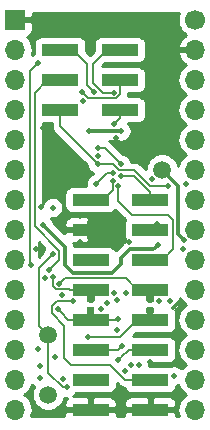
<source format=gbl>
G04 #@! TF.GenerationSoftware,KiCad,Pcbnew,(5.1.4-0-10_14)*
G04 #@! TF.CreationDate,2019-09-22T15:54:42+02:00*
G04 #@! TF.ProjectId,TinyFPGA-UP,54696e79-4650-4474-912d-55502e6b6963,A*
G04 #@! TF.SameCoordinates,Original*
G04 #@! TF.FileFunction,Copper,L4,Bot*
G04 #@! TF.FilePolarity,Positive*
%FSLAX46Y46*%
G04 Gerber Fmt 4.6, Leading zero omitted, Abs format (unit mm)*
G04 Created by KiCad (PCBNEW (5.1.4-0-10_14)) date 2019-09-22 15:54:42*
%MOMM*%
%LPD*%
G04 APERTURE LIST*
%ADD10O,1.700000X1.700000*%
%ADD11R,1.700000X1.700000*%
%ADD12R,3.150000X1.000000*%
%ADD13C,1.700000*%
%ADD14C,1.500000*%
%ADD15C,0.100000*%
%ADD16C,0.590000*%
%ADD17C,0.508000*%
%ADD18C,3.000000*%
%ADD19C,0.304800*%
%ADD20C,0.152400*%
%ADD21C,0.640000*%
%ADD22C,0.254000*%
G04 APERTURE END LIST*
D10*
X143516000Y-130819100D03*
X143516000Y-128279100D03*
X143516000Y-125739100D03*
X143516000Y-123199100D03*
X143516000Y-120659100D03*
X143516000Y-118119100D03*
X143516000Y-115579100D03*
X143516000Y-113039100D03*
X143516000Y-110499100D03*
X143516000Y-107959100D03*
X143516000Y-105419100D03*
X143516000Y-102879100D03*
X143516000Y-100339100D03*
D11*
X143516000Y-97799100D03*
D12*
X154956000Y-113039100D03*
X149906000Y-113039100D03*
X154956000Y-115579100D03*
X149906000Y-115579100D03*
X154956000Y-118119100D03*
X149906000Y-118119100D03*
X154956000Y-120659100D03*
X149906000Y-120659100D03*
X154956000Y-123199100D03*
X149906000Y-123199100D03*
X154956000Y-125739100D03*
X149906000Y-125739100D03*
X154956000Y-128279100D03*
X149906000Y-128279100D03*
X154956000Y-130819100D03*
X149906000Y-130819100D03*
D10*
X158756000Y-130819100D03*
X158756000Y-128279100D03*
X158756000Y-125739100D03*
X158756000Y-123199100D03*
X158756000Y-120659100D03*
X158756000Y-118119100D03*
X158756000Y-115579100D03*
X158756000Y-113039100D03*
X158756000Y-110499100D03*
X158756000Y-107959100D03*
X158756000Y-105419100D03*
X158756000Y-102879100D03*
X158756000Y-100339100D03*
D13*
X158756000Y-97799100D03*
D12*
X147326000Y-105419100D03*
X152376000Y-105419100D03*
X147326000Y-102879100D03*
X152376000Y-102879100D03*
X147326000Y-100339100D03*
X152376000Y-100339100D03*
D14*
X146310000Y-129549100D03*
X146330000Y-124469910D03*
X155962000Y-110499100D03*
D15*
G36*
X155146958Y-121150710D02*
G01*
X155161276Y-121152834D01*
X155175317Y-121156351D01*
X155188946Y-121161228D01*
X155202031Y-121167417D01*
X155214447Y-121174858D01*
X155226073Y-121183481D01*
X155236798Y-121193202D01*
X155246519Y-121203927D01*
X155255142Y-121215553D01*
X155262583Y-121227969D01*
X155268772Y-121241054D01*
X155273649Y-121254683D01*
X155277166Y-121268724D01*
X155279290Y-121283042D01*
X155280000Y-121297500D01*
X155280000Y-121592500D01*
X155279290Y-121606958D01*
X155277166Y-121621276D01*
X155273649Y-121635317D01*
X155268772Y-121648946D01*
X155262583Y-121662031D01*
X155255142Y-121674447D01*
X155246519Y-121686073D01*
X155236798Y-121696798D01*
X155226073Y-121706519D01*
X155214447Y-121715142D01*
X155202031Y-121722583D01*
X155188946Y-121728772D01*
X155175317Y-121733649D01*
X155161276Y-121737166D01*
X155146958Y-121739290D01*
X155132500Y-121740000D01*
X154787500Y-121740000D01*
X154773042Y-121739290D01*
X154758724Y-121737166D01*
X154744683Y-121733649D01*
X154731054Y-121728772D01*
X154717969Y-121722583D01*
X154705553Y-121715142D01*
X154693927Y-121706519D01*
X154683202Y-121696798D01*
X154673481Y-121686073D01*
X154664858Y-121674447D01*
X154657417Y-121662031D01*
X154651228Y-121648946D01*
X154646351Y-121635317D01*
X154642834Y-121621276D01*
X154640710Y-121606958D01*
X154640000Y-121592500D01*
X154640000Y-121297500D01*
X154640710Y-121283042D01*
X154642834Y-121268724D01*
X154646351Y-121254683D01*
X154651228Y-121241054D01*
X154657417Y-121227969D01*
X154664858Y-121215553D01*
X154673481Y-121203927D01*
X154683202Y-121193202D01*
X154693927Y-121183481D01*
X154705553Y-121174858D01*
X154717969Y-121167417D01*
X154731054Y-121161228D01*
X154744683Y-121156351D01*
X154758724Y-121152834D01*
X154773042Y-121150710D01*
X154787500Y-121150000D01*
X155132500Y-121150000D01*
X155146958Y-121150710D01*
X155146958Y-121150710D01*
G37*
D16*
X154960000Y-121445000D03*
D15*
G36*
X155146958Y-122120710D02*
G01*
X155161276Y-122122834D01*
X155175317Y-122126351D01*
X155188946Y-122131228D01*
X155202031Y-122137417D01*
X155214447Y-122144858D01*
X155226073Y-122153481D01*
X155236798Y-122163202D01*
X155246519Y-122173927D01*
X155255142Y-122185553D01*
X155262583Y-122197969D01*
X155268772Y-122211054D01*
X155273649Y-122224683D01*
X155277166Y-122238724D01*
X155279290Y-122253042D01*
X155280000Y-122267500D01*
X155280000Y-122562500D01*
X155279290Y-122576958D01*
X155277166Y-122591276D01*
X155273649Y-122605317D01*
X155268772Y-122618946D01*
X155262583Y-122632031D01*
X155255142Y-122644447D01*
X155246519Y-122656073D01*
X155236798Y-122666798D01*
X155226073Y-122676519D01*
X155214447Y-122685142D01*
X155202031Y-122692583D01*
X155188946Y-122698772D01*
X155175317Y-122703649D01*
X155161276Y-122707166D01*
X155146958Y-122709290D01*
X155132500Y-122710000D01*
X154787500Y-122710000D01*
X154773042Y-122709290D01*
X154758724Y-122707166D01*
X154744683Y-122703649D01*
X154731054Y-122698772D01*
X154717969Y-122692583D01*
X154705553Y-122685142D01*
X154693927Y-122676519D01*
X154683202Y-122666798D01*
X154673481Y-122656073D01*
X154664858Y-122644447D01*
X154657417Y-122632031D01*
X154651228Y-122618946D01*
X154646351Y-122605317D01*
X154642834Y-122591276D01*
X154640710Y-122576958D01*
X154640000Y-122562500D01*
X154640000Y-122267500D01*
X154640710Y-122253042D01*
X154642834Y-122238724D01*
X154646351Y-122224683D01*
X154651228Y-122211054D01*
X154657417Y-122197969D01*
X154664858Y-122185553D01*
X154673481Y-122173927D01*
X154683202Y-122163202D01*
X154693927Y-122153481D01*
X154705553Y-122144858D01*
X154717969Y-122137417D01*
X154731054Y-122131228D01*
X154744683Y-122126351D01*
X154758724Y-122122834D01*
X154773042Y-122120710D01*
X154787500Y-122120000D01*
X155132500Y-122120000D01*
X155146958Y-122120710D01*
X155146958Y-122120710D01*
G37*
D16*
X154960000Y-122415000D03*
D15*
G36*
X150096958Y-122120710D02*
G01*
X150111276Y-122122834D01*
X150125317Y-122126351D01*
X150138946Y-122131228D01*
X150152031Y-122137417D01*
X150164447Y-122144858D01*
X150176073Y-122153481D01*
X150186798Y-122163202D01*
X150196519Y-122173927D01*
X150205142Y-122185553D01*
X150212583Y-122197969D01*
X150218772Y-122211054D01*
X150223649Y-122224683D01*
X150227166Y-122238724D01*
X150229290Y-122253042D01*
X150230000Y-122267500D01*
X150230000Y-122562500D01*
X150229290Y-122576958D01*
X150227166Y-122591276D01*
X150223649Y-122605317D01*
X150218772Y-122618946D01*
X150212583Y-122632031D01*
X150205142Y-122644447D01*
X150196519Y-122656073D01*
X150186798Y-122666798D01*
X150176073Y-122676519D01*
X150164447Y-122685142D01*
X150152031Y-122692583D01*
X150138946Y-122698772D01*
X150125317Y-122703649D01*
X150111276Y-122707166D01*
X150096958Y-122709290D01*
X150082500Y-122710000D01*
X149737500Y-122710000D01*
X149723042Y-122709290D01*
X149708724Y-122707166D01*
X149694683Y-122703649D01*
X149681054Y-122698772D01*
X149667969Y-122692583D01*
X149655553Y-122685142D01*
X149643927Y-122676519D01*
X149633202Y-122666798D01*
X149623481Y-122656073D01*
X149614858Y-122644447D01*
X149607417Y-122632031D01*
X149601228Y-122618946D01*
X149596351Y-122605317D01*
X149592834Y-122591276D01*
X149590710Y-122576958D01*
X149590000Y-122562500D01*
X149590000Y-122267500D01*
X149590710Y-122253042D01*
X149592834Y-122238724D01*
X149596351Y-122224683D01*
X149601228Y-122211054D01*
X149607417Y-122197969D01*
X149614858Y-122185553D01*
X149623481Y-122173927D01*
X149633202Y-122163202D01*
X149643927Y-122153481D01*
X149655553Y-122144858D01*
X149667969Y-122137417D01*
X149681054Y-122131228D01*
X149694683Y-122126351D01*
X149708724Y-122122834D01*
X149723042Y-122120710D01*
X149737500Y-122120000D01*
X150082500Y-122120000D01*
X150096958Y-122120710D01*
X150096958Y-122120710D01*
G37*
D16*
X149910000Y-122415000D03*
D15*
G36*
X150096958Y-121150710D02*
G01*
X150111276Y-121152834D01*
X150125317Y-121156351D01*
X150138946Y-121161228D01*
X150152031Y-121167417D01*
X150164447Y-121174858D01*
X150176073Y-121183481D01*
X150186798Y-121193202D01*
X150196519Y-121203927D01*
X150205142Y-121215553D01*
X150212583Y-121227969D01*
X150218772Y-121241054D01*
X150223649Y-121254683D01*
X150227166Y-121268724D01*
X150229290Y-121283042D01*
X150230000Y-121297500D01*
X150230000Y-121592500D01*
X150229290Y-121606958D01*
X150227166Y-121621276D01*
X150223649Y-121635317D01*
X150218772Y-121648946D01*
X150212583Y-121662031D01*
X150205142Y-121674447D01*
X150196519Y-121686073D01*
X150186798Y-121696798D01*
X150176073Y-121706519D01*
X150164447Y-121715142D01*
X150152031Y-121722583D01*
X150138946Y-121728772D01*
X150125317Y-121733649D01*
X150111276Y-121737166D01*
X150096958Y-121739290D01*
X150082500Y-121740000D01*
X149737500Y-121740000D01*
X149723042Y-121739290D01*
X149708724Y-121737166D01*
X149694683Y-121733649D01*
X149681054Y-121728772D01*
X149667969Y-121722583D01*
X149655553Y-121715142D01*
X149643927Y-121706519D01*
X149633202Y-121696798D01*
X149623481Y-121686073D01*
X149614858Y-121674447D01*
X149607417Y-121662031D01*
X149601228Y-121648946D01*
X149596351Y-121635317D01*
X149592834Y-121621276D01*
X149590710Y-121606958D01*
X149590000Y-121592500D01*
X149590000Y-121297500D01*
X149590710Y-121283042D01*
X149592834Y-121268724D01*
X149596351Y-121254683D01*
X149601228Y-121241054D01*
X149607417Y-121227969D01*
X149614858Y-121215553D01*
X149623481Y-121203927D01*
X149633202Y-121193202D01*
X149643927Y-121183481D01*
X149655553Y-121174858D01*
X149667969Y-121167417D01*
X149681054Y-121161228D01*
X149694683Y-121156351D01*
X149708724Y-121152834D01*
X149723042Y-121150710D01*
X149737500Y-121150000D01*
X150082500Y-121150000D01*
X150096958Y-121150710D01*
X150096958Y-121150710D01*
G37*
D16*
X149910000Y-121445000D03*
D17*
X149000000Y-114400000D03*
X153200000Y-116600000D03*
X149000000Y-116600000D03*
X153200000Y-129600000D03*
X155922418Y-104922418D03*
X157000000Y-105600000D03*
X153600000Y-106800000D03*
X155700000Y-121600000D03*
X149236836Y-104669338D03*
X152099999Y-107810300D03*
X154909089Y-126741122D03*
D18*
X151000000Y-115579100D03*
D17*
X145880000Y-106980000D03*
X152150000Y-124100000D03*
X155112736Y-111312637D03*
X145000000Y-131250000D03*
X150760216Y-122292594D03*
X157749990Y-117250010D03*
X157968509Y-111728257D03*
X145731257Y-113625166D03*
X145300000Y-117249986D03*
X146091928Y-119651156D03*
X146867390Y-126340000D03*
X156500000Y-97750000D03*
X145750000Y-97750000D03*
X156500000Y-98500000D03*
X145750000Y-98500000D03*
X149750000Y-107250000D03*
X152500000Y-107250000D03*
X156600000Y-121637500D03*
X152946747Y-120902552D03*
X156997400Y-127952500D03*
X147543418Y-128198451D03*
X155500011Y-115117474D03*
X150498056Y-109330025D03*
X146700000Y-113700000D03*
X147488039Y-121117390D03*
X152260487Y-126617490D03*
X152550000Y-125400000D03*
X148400000Y-121600000D03*
X151000000Y-128300000D03*
X156450000Y-111850000D03*
X150500638Y-110015122D03*
X147326000Y-102879100D03*
X146388464Y-118999827D03*
X149199998Y-103950000D03*
X150500408Y-108669618D03*
X152500000Y-110034789D03*
X150237693Y-103955178D03*
X151854423Y-103963063D03*
X151900000Y-106600000D03*
X150382755Y-111688613D03*
X151771309Y-110754876D03*
X146745374Y-119555488D03*
X147907798Y-128930402D03*
X146716721Y-117650764D03*
X147249999Y-120150000D03*
X155945693Y-110482793D03*
X145900000Y-115200000D03*
X155580010Y-116850000D03*
X157850000Y-116489576D03*
X145450000Y-101500004D03*
X144860000Y-118602610D03*
X151312722Y-121794290D03*
X145600000Y-128100000D03*
X152189597Y-121543563D03*
X145600000Y-127100000D03*
X154000000Y-126992390D03*
X152450000Y-111020000D03*
X153339947Y-127024981D03*
X152270000Y-111920000D03*
X152840722Y-127514797D03*
X151782112Y-111415199D03*
X154993449Y-123185640D03*
X149655943Y-124644057D03*
X147117421Y-122275000D03*
X152243541Y-123172690D03*
X146310026Y-129550002D03*
X151887737Y-120955996D03*
X145456288Y-125656298D03*
D19*
X157396001Y-121668525D02*
X156868225Y-122196301D01*
X146980900Y-130819100D02*
X146903999Y-130896001D01*
X149906000Y-130819100D02*
X146980900Y-130819100D01*
X146903999Y-130896001D02*
X146650000Y-131150000D01*
X149750000Y-107250000D02*
X152500000Y-107250000D01*
D20*
X154956000Y-125739100D02*
X153138877Y-125739100D01*
X153138877Y-125739100D02*
X152514486Y-126363491D01*
X152514486Y-126363491D02*
X152260487Y-126617490D01*
X152210900Y-125739100D02*
X149906000Y-125739100D01*
X152550000Y-125400000D02*
X152210900Y-125739100D01*
X146634811Y-122066141D02*
X147100952Y-121600000D01*
X148040790Y-121600000D02*
X148400000Y-121600000D01*
X147100952Y-121600000D02*
X148040790Y-121600000D01*
X147700000Y-123693934D02*
X146634811Y-122628745D01*
X147700000Y-126450000D02*
X147700000Y-123693934D01*
X148250000Y-127000000D02*
X147700000Y-126450000D01*
X151585750Y-127000000D02*
X148250000Y-127000000D01*
X152864850Y-128279100D02*
X151585750Y-127000000D01*
X146634811Y-122628745D02*
X146634811Y-122066141D01*
X154956000Y-128279100D02*
X152864850Y-128279100D01*
X147326000Y-106840484D02*
X150500638Y-110015122D01*
X147326000Y-105419100D02*
X147326000Y-106840484D01*
X151791074Y-110015122D02*
X150859848Y-110015122D01*
X150859848Y-110015122D02*
X150500638Y-110015122D01*
X156450000Y-111850000D02*
X154950000Y-111850000D01*
X154950000Y-111850000D02*
X153617399Y-110517399D01*
X152293351Y-110517399D02*
X151791074Y-110015122D01*
X153617399Y-110517399D02*
X152293351Y-110517399D01*
X147326000Y-102879100D02*
X148401000Y-102879100D01*
X145164811Y-115279061D02*
X147250000Y-117364250D01*
X147250000Y-117364250D02*
X147250000Y-118138291D01*
X146642463Y-118745828D02*
X146388464Y-118999827D01*
X147250000Y-118138291D02*
X146642463Y-118745828D01*
X146251000Y-102879100D02*
X145164811Y-103965289D01*
X147326000Y-102879100D02*
X146251000Y-102879100D01*
X145164811Y-103965289D02*
X145164811Y-115279061D01*
X152376000Y-104124000D02*
X152050000Y-104450000D01*
X149699998Y-104450000D02*
X149453997Y-104203999D01*
X152376000Y-102879100D02*
X152376000Y-104124000D01*
X149453997Y-104203999D02*
X149199998Y-103950000D01*
X152050000Y-104450000D02*
X149699998Y-104450000D01*
X152246001Y-109780790D02*
X152500000Y-110034789D01*
X150500408Y-108669618D02*
X151134829Y-108669618D01*
X151134829Y-108669618D02*
X152246001Y-109780790D01*
X147326000Y-100339100D02*
X148401000Y-100339100D01*
X148401000Y-100339100D02*
X149650000Y-101588100D01*
X149650000Y-103367485D02*
X149983694Y-103701179D01*
X149650000Y-101588100D02*
X149650000Y-103367485D01*
X149983694Y-103701179D02*
X150237693Y-103955178D01*
X152376000Y-100339100D02*
X151301000Y-100339100D01*
X151301000Y-100339100D02*
X150100000Y-101540100D01*
X150100000Y-103127657D02*
X150935406Y-103963063D01*
X150935406Y-103963063D02*
X151495213Y-103963063D01*
X150100000Y-101540100D02*
X150100000Y-103127657D01*
X151495213Y-103963063D02*
X151854423Y-103963063D01*
X152376000Y-106124000D02*
X151900000Y-106600000D01*
X152376000Y-105419100D02*
X152376000Y-106124000D01*
X151316492Y-110754876D02*
X151412099Y-110754876D01*
X151412099Y-110754876D02*
X151771309Y-110754876D01*
X150382755Y-111688613D02*
X151316492Y-110754876D01*
X149906000Y-121441000D02*
X149910000Y-121445000D01*
D21*
X149910000Y-120638100D02*
X149910000Y-121420000D01*
D20*
X146995539Y-120634789D02*
X146745374Y-120384624D01*
X146745374Y-120384624D02*
X146745374Y-119914698D01*
X148154289Y-120634789D02*
X146995539Y-120634789D01*
X149906000Y-120659100D02*
X148178600Y-120659100D01*
X146745374Y-119914698D02*
X146745374Y-119555488D01*
X148178600Y-120659100D02*
X148154289Y-120634789D01*
X146330000Y-124469910D02*
X146330000Y-127711814D01*
X147548588Y-128930402D02*
X147907798Y-128930402D01*
X146330000Y-127711814D02*
X147548588Y-128930402D01*
X145567397Y-123707307D02*
X145567397Y-118800088D01*
X145567397Y-118800088D02*
X146462722Y-117904763D01*
X146330000Y-124469910D02*
X145567397Y-123707307D01*
X146462722Y-117904763D02*
X146716721Y-117650764D01*
X154960000Y-120663100D02*
X154956000Y-120659100D01*
D21*
X154960000Y-121420000D02*
X154960000Y-120638100D01*
D20*
X147503998Y-119896001D02*
X147249999Y-120150000D01*
X153881000Y-120659100D02*
X152892901Y-119671001D01*
X147728998Y-119671001D02*
X147503998Y-119896001D01*
X154956000Y-120659100D02*
X153881000Y-120659100D01*
X152892901Y-119671001D02*
X147728998Y-119671001D01*
D19*
X157596001Y-116235577D02*
X157850000Y-116489576D01*
X157300000Y-115939576D02*
X157596001Y-116235577D01*
X157300000Y-111837100D02*
X157300000Y-115939576D01*
X155945693Y-110482793D02*
X157300000Y-111837100D01*
X152500000Y-118500000D02*
X152500000Y-117951458D01*
X147750000Y-118586742D02*
X148413258Y-119250000D01*
X155230010Y-117200000D02*
X155326011Y-117103999D01*
X152500000Y-117951458D02*
X153251458Y-117200000D01*
X148413258Y-119250000D02*
X151750000Y-119250000D01*
X155326011Y-117103999D02*
X155580010Y-116850000D01*
X147750000Y-117050000D02*
X147750000Y-118586742D01*
X151750000Y-119250000D02*
X152500000Y-118500000D01*
X153251458Y-117200000D02*
X155230010Y-117200000D01*
X145900000Y-115200000D02*
X147750000Y-117050000D01*
D20*
X144800000Y-118542610D02*
X144860000Y-118602610D01*
X144800000Y-102150004D02*
X144800000Y-118542610D01*
X145450000Y-101500004D02*
X144800000Y-102150004D01*
X153589300Y-111020000D02*
X154956000Y-112386700D01*
X152450000Y-111020000D02*
X153589300Y-111020000D01*
X154956000Y-112386700D02*
X154956000Y-113039100D01*
X154956000Y-118119100D02*
X153881000Y-118119100D01*
X156918989Y-117231111D02*
X156918989Y-114718989D01*
X153450000Y-114300000D02*
X152270000Y-113120000D01*
X154956000Y-118119100D02*
X156031000Y-118119100D01*
X152270000Y-112279210D02*
X152270000Y-111920000D01*
X156031000Y-118119100D02*
X156918989Y-117231111D01*
X156918989Y-114718989D02*
X156500000Y-114300000D01*
X156500000Y-114300000D02*
X153450000Y-114300000D01*
X152270000Y-113120000D02*
X152270000Y-112279210D01*
X149906000Y-113039100D02*
X150981000Y-113039100D01*
X151782112Y-111774409D02*
X151782112Y-111415199D01*
X151782112Y-112237988D02*
X151782112Y-111774409D01*
X150981000Y-113039100D02*
X151782112Y-112237988D01*
X155599100Y-123199100D02*
X155620000Y-123220000D01*
X154960000Y-123195100D02*
X154956000Y-123199100D01*
X154960000Y-122415000D02*
X154960000Y-123195100D01*
X149661886Y-124650000D02*
X149655943Y-124644057D01*
X153881000Y-123199100D02*
X152430100Y-124650000D01*
X154956000Y-123199100D02*
X153881000Y-123199100D01*
X152430100Y-124650000D02*
X149661886Y-124650000D01*
X147371420Y-122528999D02*
X147117421Y-122275000D01*
X149906000Y-123199100D02*
X148041521Y-123199100D01*
X148041521Y-123199100D02*
X147371420Y-122528999D01*
X149906000Y-123199100D02*
X152217131Y-123199100D01*
X152217131Y-123199100D02*
X152243541Y-123172690D01*
X149906000Y-122419000D02*
X149910000Y-122415000D01*
X149906000Y-123199100D02*
X149906000Y-122419000D01*
D22*
G36*
X152337257Y-128757296D02*
G01*
X152359523Y-128784427D01*
X152386654Y-128806693D01*
X152386659Y-128806698D01*
X152467817Y-128873302D01*
X152591368Y-128939342D01*
X152725430Y-128980009D01*
X152780002Y-128985384D01*
X152791498Y-129023280D01*
X152850463Y-129133594D01*
X152929815Y-129230285D01*
X153026506Y-129309637D01*
X153136820Y-129368602D01*
X153256518Y-129404912D01*
X153381000Y-129417172D01*
X156531000Y-129417172D01*
X156655482Y-129404912D01*
X156775180Y-129368602D01*
X156885494Y-129309637D01*
X156982185Y-129230285D01*
X157061537Y-129133594D01*
X157120502Y-129023280D01*
X157156812Y-128903582D01*
X157164484Y-128825681D01*
X157256712Y-128807336D01*
X157352396Y-128767702D01*
X157377401Y-128850134D01*
X157515294Y-129108114D01*
X157700866Y-129334234D01*
X157926986Y-129519806D01*
X157981791Y-129549100D01*
X157926986Y-129578394D01*
X157700866Y-129763966D01*
X157515294Y-129990086D01*
X157377401Y-130248066D01*
X157292487Y-130527989D01*
X157263815Y-130819100D01*
X157292487Y-131110211D01*
X157374054Y-131379100D01*
X157163163Y-131379100D01*
X157169072Y-131319100D01*
X157166000Y-131104850D01*
X157007250Y-130946100D01*
X155083000Y-130946100D01*
X155083000Y-130966100D01*
X154829000Y-130966100D01*
X154829000Y-130946100D01*
X152904750Y-130946100D01*
X152746000Y-131104850D01*
X152742928Y-131319100D01*
X152748837Y-131379100D01*
X152113163Y-131379100D01*
X152119072Y-131319100D01*
X152116000Y-131104850D01*
X151957250Y-130946100D01*
X150033000Y-130946100D01*
X150033000Y-130966100D01*
X149779000Y-130966100D01*
X149779000Y-130946100D01*
X147854750Y-130946100D01*
X147696000Y-131104850D01*
X147692928Y-131319100D01*
X147698837Y-131379100D01*
X144897946Y-131379100D01*
X144979513Y-131110211D01*
X145008185Y-130819100D01*
X144979513Y-130527989D01*
X144894599Y-130248066D01*
X144756706Y-129990086D01*
X144571134Y-129763966D01*
X144345014Y-129578394D01*
X144290209Y-129549100D01*
X144345014Y-129519806D01*
X144571134Y-129334234D01*
X144756706Y-129108114D01*
X144894599Y-128850134D01*
X144940752Y-128697987D01*
X145033296Y-128790531D01*
X145114763Y-128844965D01*
X145082629Y-128893057D01*
X144978225Y-129145111D01*
X144925000Y-129412689D01*
X144925000Y-129685511D01*
X144978225Y-129953089D01*
X145082629Y-130205143D01*
X145234201Y-130431986D01*
X145427114Y-130624899D01*
X145653957Y-130776471D01*
X145906011Y-130880875D01*
X146173589Y-130934100D01*
X146446411Y-130934100D01*
X146713989Y-130880875D01*
X146966043Y-130776471D01*
X147192886Y-130624899D01*
X147385799Y-130431986D01*
X147537371Y-130205143D01*
X147641775Y-129953089D01*
X147674148Y-129790342D01*
X147820239Y-129819402D01*
X147938928Y-129819402D01*
X147879815Y-129867915D01*
X147800463Y-129964606D01*
X147741498Y-130074920D01*
X147705188Y-130194618D01*
X147692928Y-130319100D01*
X147696000Y-130533350D01*
X147854750Y-130692100D01*
X149779000Y-130692100D01*
X149779000Y-129842850D01*
X150033000Y-129842850D01*
X150033000Y-130692100D01*
X151957250Y-130692100D01*
X152116000Y-130533350D01*
X152119072Y-130319100D01*
X152742928Y-130319100D01*
X152746000Y-130533350D01*
X152904750Y-130692100D01*
X154829000Y-130692100D01*
X154829000Y-129842850D01*
X155083000Y-129842850D01*
X155083000Y-130692100D01*
X157007250Y-130692100D01*
X157166000Y-130533350D01*
X157169072Y-130319100D01*
X157156812Y-130194618D01*
X157120502Y-130074920D01*
X157061537Y-129964606D01*
X156982185Y-129867915D01*
X156885494Y-129788563D01*
X156775180Y-129729598D01*
X156655482Y-129693288D01*
X156531000Y-129681028D01*
X155241750Y-129684100D01*
X155083000Y-129842850D01*
X154829000Y-129842850D01*
X154670250Y-129684100D01*
X153381000Y-129681028D01*
X153256518Y-129693288D01*
X153136820Y-129729598D01*
X153026506Y-129788563D01*
X152929815Y-129867915D01*
X152850463Y-129964606D01*
X152791498Y-130074920D01*
X152755188Y-130194618D01*
X152742928Y-130319100D01*
X152119072Y-130319100D01*
X152106812Y-130194618D01*
X152070502Y-130074920D01*
X152011537Y-129964606D01*
X151932185Y-129867915D01*
X151835494Y-129788563D01*
X151725180Y-129729598D01*
X151605482Y-129693288D01*
X151481000Y-129681028D01*
X150191750Y-129684100D01*
X150033000Y-129842850D01*
X149779000Y-129842850D01*
X149620250Y-129684100D01*
X148384373Y-129681155D01*
X148474502Y-129620933D01*
X148598329Y-129497106D01*
X148651739Y-129417172D01*
X151481000Y-129417172D01*
X151605482Y-129404912D01*
X151725180Y-129368602D01*
X151835494Y-129309637D01*
X151932185Y-129230285D01*
X152011537Y-129133594D01*
X152070502Y-129023280D01*
X152106812Y-128903582D01*
X152119072Y-128779100D01*
X152119072Y-128539111D01*
X152337257Y-128757296D01*
X152337257Y-128757296D01*
G37*
X152337257Y-128757296D02*
X152359523Y-128784427D01*
X152386654Y-128806693D01*
X152386659Y-128806698D01*
X152467817Y-128873302D01*
X152591368Y-128939342D01*
X152725430Y-128980009D01*
X152780002Y-128985384D01*
X152791498Y-129023280D01*
X152850463Y-129133594D01*
X152929815Y-129230285D01*
X153026506Y-129309637D01*
X153136820Y-129368602D01*
X153256518Y-129404912D01*
X153381000Y-129417172D01*
X156531000Y-129417172D01*
X156655482Y-129404912D01*
X156775180Y-129368602D01*
X156885494Y-129309637D01*
X156982185Y-129230285D01*
X157061537Y-129133594D01*
X157120502Y-129023280D01*
X157156812Y-128903582D01*
X157164484Y-128825681D01*
X157256712Y-128807336D01*
X157352396Y-128767702D01*
X157377401Y-128850134D01*
X157515294Y-129108114D01*
X157700866Y-129334234D01*
X157926986Y-129519806D01*
X157981791Y-129549100D01*
X157926986Y-129578394D01*
X157700866Y-129763966D01*
X157515294Y-129990086D01*
X157377401Y-130248066D01*
X157292487Y-130527989D01*
X157263815Y-130819100D01*
X157292487Y-131110211D01*
X157374054Y-131379100D01*
X157163163Y-131379100D01*
X157169072Y-131319100D01*
X157166000Y-131104850D01*
X157007250Y-130946100D01*
X155083000Y-130946100D01*
X155083000Y-130966100D01*
X154829000Y-130966100D01*
X154829000Y-130946100D01*
X152904750Y-130946100D01*
X152746000Y-131104850D01*
X152742928Y-131319100D01*
X152748837Y-131379100D01*
X152113163Y-131379100D01*
X152119072Y-131319100D01*
X152116000Y-131104850D01*
X151957250Y-130946100D01*
X150033000Y-130946100D01*
X150033000Y-130966100D01*
X149779000Y-130966100D01*
X149779000Y-130946100D01*
X147854750Y-130946100D01*
X147696000Y-131104850D01*
X147692928Y-131319100D01*
X147698837Y-131379100D01*
X144897946Y-131379100D01*
X144979513Y-131110211D01*
X145008185Y-130819100D01*
X144979513Y-130527989D01*
X144894599Y-130248066D01*
X144756706Y-129990086D01*
X144571134Y-129763966D01*
X144345014Y-129578394D01*
X144290209Y-129549100D01*
X144345014Y-129519806D01*
X144571134Y-129334234D01*
X144756706Y-129108114D01*
X144894599Y-128850134D01*
X144940752Y-128697987D01*
X145033296Y-128790531D01*
X145114763Y-128844965D01*
X145082629Y-128893057D01*
X144978225Y-129145111D01*
X144925000Y-129412689D01*
X144925000Y-129685511D01*
X144978225Y-129953089D01*
X145082629Y-130205143D01*
X145234201Y-130431986D01*
X145427114Y-130624899D01*
X145653957Y-130776471D01*
X145906011Y-130880875D01*
X146173589Y-130934100D01*
X146446411Y-130934100D01*
X146713989Y-130880875D01*
X146966043Y-130776471D01*
X147192886Y-130624899D01*
X147385799Y-130431986D01*
X147537371Y-130205143D01*
X147641775Y-129953089D01*
X147674148Y-129790342D01*
X147820239Y-129819402D01*
X147938928Y-129819402D01*
X147879815Y-129867915D01*
X147800463Y-129964606D01*
X147741498Y-130074920D01*
X147705188Y-130194618D01*
X147692928Y-130319100D01*
X147696000Y-130533350D01*
X147854750Y-130692100D01*
X149779000Y-130692100D01*
X149779000Y-129842850D01*
X150033000Y-129842850D01*
X150033000Y-130692100D01*
X151957250Y-130692100D01*
X152116000Y-130533350D01*
X152119072Y-130319100D01*
X152742928Y-130319100D01*
X152746000Y-130533350D01*
X152904750Y-130692100D01*
X154829000Y-130692100D01*
X154829000Y-129842850D01*
X155083000Y-129842850D01*
X155083000Y-130692100D01*
X157007250Y-130692100D01*
X157166000Y-130533350D01*
X157169072Y-130319100D01*
X157156812Y-130194618D01*
X157120502Y-130074920D01*
X157061537Y-129964606D01*
X156982185Y-129867915D01*
X156885494Y-129788563D01*
X156775180Y-129729598D01*
X156655482Y-129693288D01*
X156531000Y-129681028D01*
X155241750Y-129684100D01*
X155083000Y-129842850D01*
X154829000Y-129842850D01*
X154670250Y-129684100D01*
X153381000Y-129681028D01*
X153256518Y-129693288D01*
X153136820Y-129729598D01*
X153026506Y-129788563D01*
X152929815Y-129867915D01*
X152850463Y-129964606D01*
X152791498Y-130074920D01*
X152755188Y-130194618D01*
X152742928Y-130319100D01*
X152119072Y-130319100D01*
X152106812Y-130194618D01*
X152070502Y-130074920D01*
X152011537Y-129964606D01*
X151932185Y-129867915D01*
X151835494Y-129788563D01*
X151725180Y-129729598D01*
X151605482Y-129693288D01*
X151481000Y-129681028D01*
X150191750Y-129684100D01*
X150033000Y-129842850D01*
X149779000Y-129842850D01*
X149620250Y-129684100D01*
X148384373Y-129681155D01*
X148474502Y-129620933D01*
X148598329Y-129497106D01*
X148651739Y-129417172D01*
X151481000Y-129417172D01*
X151605482Y-129404912D01*
X151725180Y-129368602D01*
X151835494Y-129309637D01*
X151932185Y-129230285D01*
X152011537Y-129133594D01*
X152070502Y-129023280D01*
X152106812Y-128903582D01*
X152119072Y-128779100D01*
X152119072Y-128539111D01*
X152337257Y-128757296D01*
G36*
X157515294Y-121488114D02*
G01*
X157700866Y-121714234D01*
X157926986Y-121899806D01*
X157981791Y-121929100D01*
X157926986Y-121958394D01*
X157700866Y-122143966D01*
X157515294Y-122370086D01*
X157377401Y-122628066D01*
X157292487Y-122907989D01*
X157263815Y-123199100D01*
X157292487Y-123490211D01*
X157377401Y-123770134D01*
X157515294Y-124028114D01*
X157700866Y-124254234D01*
X157926986Y-124439806D01*
X157981791Y-124469100D01*
X157926986Y-124498394D01*
X157700866Y-124683966D01*
X157515294Y-124910086D01*
X157377401Y-125168066D01*
X157292487Y-125447989D01*
X157263815Y-125739100D01*
X157292487Y-126030211D01*
X157377401Y-126310134D01*
X157515294Y-126568114D01*
X157700866Y-126794234D01*
X157926986Y-126979806D01*
X157981791Y-127009100D01*
X157926986Y-127038394D01*
X157700866Y-127223966D01*
X157622090Y-127319955D01*
X157564104Y-127261969D01*
X157418499Y-127164679D01*
X157256712Y-127097664D01*
X157084959Y-127063500D01*
X156909841Y-127063500D01*
X156738088Y-127097664D01*
X156613729Y-127149176D01*
X156531000Y-127141028D01*
X154876851Y-127141028D01*
X154889000Y-127079949D01*
X154889000Y-126904831D01*
X154883498Y-126877172D01*
X156531000Y-126877172D01*
X156655482Y-126864912D01*
X156775180Y-126828602D01*
X156885494Y-126769637D01*
X156982185Y-126690285D01*
X157061537Y-126593594D01*
X157120502Y-126483280D01*
X157156812Y-126363582D01*
X157169072Y-126239100D01*
X157169072Y-125239100D01*
X157156812Y-125114618D01*
X157120502Y-124994920D01*
X157061537Y-124884606D01*
X156982185Y-124787915D01*
X156885494Y-124708563D01*
X156775180Y-124649598D01*
X156655482Y-124613288D01*
X156531000Y-124601028D01*
X153484860Y-124601028D01*
X153748716Y-124337172D01*
X156531000Y-124337172D01*
X156655482Y-124324912D01*
X156775180Y-124288602D01*
X156885494Y-124229637D01*
X156982185Y-124150285D01*
X157061537Y-124053594D01*
X157120502Y-123943280D01*
X157156812Y-123823582D01*
X157169072Y-123699100D01*
X157169072Y-122699100D01*
X157156812Y-122574618D01*
X157120502Y-122454920D01*
X157082685Y-122384171D01*
X157166704Y-122328031D01*
X157290531Y-122204204D01*
X157387821Y-122058599D01*
X157454836Y-121896812D01*
X157489000Y-121725059D01*
X157489000Y-121549941D01*
X157454836Y-121378188D01*
X157448977Y-121364044D01*
X157515294Y-121488114D01*
X157515294Y-121488114D01*
G37*
X157515294Y-121488114D02*
X157700866Y-121714234D01*
X157926986Y-121899806D01*
X157981791Y-121929100D01*
X157926986Y-121958394D01*
X157700866Y-122143966D01*
X157515294Y-122370086D01*
X157377401Y-122628066D01*
X157292487Y-122907989D01*
X157263815Y-123199100D01*
X157292487Y-123490211D01*
X157377401Y-123770134D01*
X157515294Y-124028114D01*
X157700866Y-124254234D01*
X157926986Y-124439806D01*
X157981791Y-124469100D01*
X157926986Y-124498394D01*
X157700866Y-124683966D01*
X157515294Y-124910086D01*
X157377401Y-125168066D01*
X157292487Y-125447989D01*
X157263815Y-125739100D01*
X157292487Y-126030211D01*
X157377401Y-126310134D01*
X157515294Y-126568114D01*
X157700866Y-126794234D01*
X157926986Y-126979806D01*
X157981791Y-127009100D01*
X157926986Y-127038394D01*
X157700866Y-127223966D01*
X157622090Y-127319955D01*
X157564104Y-127261969D01*
X157418499Y-127164679D01*
X157256712Y-127097664D01*
X157084959Y-127063500D01*
X156909841Y-127063500D01*
X156738088Y-127097664D01*
X156613729Y-127149176D01*
X156531000Y-127141028D01*
X154876851Y-127141028D01*
X154889000Y-127079949D01*
X154889000Y-126904831D01*
X154883498Y-126877172D01*
X156531000Y-126877172D01*
X156655482Y-126864912D01*
X156775180Y-126828602D01*
X156885494Y-126769637D01*
X156982185Y-126690285D01*
X157061537Y-126593594D01*
X157120502Y-126483280D01*
X157156812Y-126363582D01*
X157169072Y-126239100D01*
X157169072Y-125239100D01*
X157156812Y-125114618D01*
X157120502Y-124994920D01*
X157061537Y-124884606D01*
X156982185Y-124787915D01*
X156885494Y-124708563D01*
X156775180Y-124649598D01*
X156655482Y-124613288D01*
X156531000Y-124601028D01*
X153484860Y-124601028D01*
X153748716Y-124337172D01*
X156531000Y-124337172D01*
X156655482Y-124324912D01*
X156775180Y-124288602D01*
X156885494Y-124229637D01*
X156982185Y-124150285D01*
X157061537Y-124053594D01*
X157120502Y-123943280D01*
X157156812Y-123823582D01*
X157169072Y-123699100D01*
X157169072Y-122699100D01*
X157156812Y-122574618D01*
X157120502Y-122454920D01*
X157082685Y-122384171D01*
X157166704Y-122328031D01*
X157290531Y-122204204D01*
X157387821Y-122058599D01*
X157454836Y-121896812D01*
X157489000Y-121725059D01*
X157489000Y-121549941D01*
X157454836Y-121378188D01*
X157448977Y-121364044D01*
X157515294Y-121488114D01*
G36*
X146001289Y-117121327D02*
G01*
X145928900Y-117229665D01*
X145861885Y-117391452D01*
X145834979Y-117526718D01*
X145511200Y-117850498D01*
X145511200Y-116631238D01*
X146001289Y-117121327D01*
X146001289Y-117121327D01*
G37*
X146001289Y-117121327D02*
X145928900Y-117229665D01*
X145861885Y-117391452D01*
X145834979Y-117526718D01*
X145511200Y-117850498D01*
X145511200Y-116631238D01*
X146001289Y-117121327D01*
G36*
X146614801Y-106805549D02*
G01*
X146611360Y-106840484D01*
X146614801Y-106875420D01*
X146625092Y-106979904D01*
X146660201Y-107095643D01*
X146665759Y-107113965D01*
X146731798Y-107237516D01*
X146798403Y-107318674D01*
X146820674Y-107345811D01*
X146847810Y-107368081D01*
X149618896Y-110139168D01*
X149645802Y-110274434D01*
X149712817Y-110436221D01*
X149810107Y-110581826D01*
X149933934Y-110705653D01*
X150079539Y-110802943D01*
X150144072Y-110829674D01*
X150123443Y-110833777D01*
X149961656Y-110900792D01*
X149816051Y-110998082D01*
X149692224Y-111121909D01*
X149594934Y-111267514D01*
X149527919Y-111429301D01*
X149493755Y-111601054D01*
X149493755Y-111776172D01*
X149518591Y-111901028D01*
X148331000Y-111901028D01*
X148206518Y-111913288D01*
X148086820Y-111949598D01*
X147976506Y-112008563D01*
X147879815Y-112087915D01*
X147800463Y-112184606D01*
X147741498Y-112294920D01*
X147705188Y-112414618D01*
X147692928Y-112539100D01*
X147692928Y-113539100D01*
X147705188Y-113663582D01*
X147741498Y-113783280D01*
X147800463Y-113893594D01*
X147879815Y-113990285D01*
X147976506Y-114069637D01*
X148086820Y-114128602D01*
X148206518Y-114164912D01*
X148331000Y-114177172D01*
X151481000Y-114177172D01*
X151605482Y-114164912D01*
X151725180Y-114128602D01*
X151835494Y-114069637D01*
X151932185Y-113990285D01*
X152011537Y-113893594D01*
X152020688Y-113876475D01*
X152858737Y-114714525D01*
X152850463Y-114724606D01*
X152791498Y-114834920D01*
X152755188Y-114954618D01*
X152742928Y-115079100D01*
X152742928Y-116079100D01*
X152755188Y-116203582D01*
X152791498Y-116323280D01*
X152850463Y-116433594D01*
X152900616Y-116494706D01*
X152811886Y-116542134D01*
X152805691Y-116547218D01*
X152722027Y-116615879D01*
X152722025Y-116615881D01*
X152691989Y-116640531D01*
X152667339Y-116670567D01*
X152033052Y-117304856D01*
X152011537Y-117264606D01*
X151932185Y-117167915D01*
X151835494Y-117088563D01*
X151725180Y-117029598D01*
X151605482Y-116993288D01*
X151481000Y-116981028D01*
X148534416Y-116981028D01*
X148526006Y-116895643D01*
X148480982Y-116747217D01*
X148464752Y-116716853D01*
X149620250Y-116714100D01*
X149779000Y-116555350D01*
X149779000Y-115706100D01*
X150033000Y-115706100D01*
X150033000Y-116555350D01*
X150191750Y-116714100D01*
X151481000Y-116717172D01*
X151605482Y-116704912D01*
X151725180Y-116668602D01*
X151835494Y-116609637D01*
X151932185Y-116530285D01*
X152011537Y-116433594D01*
X152070502Y-116323280D01*
X152106812Y-116203582D01*
X152119072Y-116079100D01*
X152116000Y-115864850D01*
X151957250Y-115706100D01*
X150033000Y-115706100D01*
X149779000Y-115706100D01*
X147854750Y-115706100D01*
X147696000Y-115864850D01*
X147695751Y-115882200D01*
X146892651Y-115079100D01*
X147692928Y-115079100D01*
X147696000Y-115293350D01*
X147854750Y-115452100D01*
X149779000Y-115452100D01*
X149779000Y-114602850D01*
X150033000Y-114602850D01*
X150033000Y-115452100D01*
X151957250Y-115452100D01*
X152116000Y-115293350D01*
X152119072Y-115079100D01*
X152106812Y-114954618D01*
X152070502Y-114834920D01*
X152011537Y-114724606D01*
X151932185Y-114627915D01*
X151835494Y-114548563D01*
X151725180Y-114489598D01*
X151605482Y-114453288D01*
X151481000Y-114441028D01*
X150191750Y-114444100D01*
X150033000Y-114602850D01*
X149779000Y-114602850D01*
X149620250Y-114444100D01*
X148331000Y-114441028D01*
X148206518Y-114453288D01*
X148086820Y-114489598D01*
X147976506Y-114548563D01*
X147879815Y-114627915D01*
X147800463Y-114724606D01*
X147741498Y-114834920D01*
X147705188Y-114954618D01*
X147692928Y-115079100D01*
X146892651Y-115079100D01*
X146754984Y-114941434D01*
X146754836Y-114940688D01*
X146687821Y-114778901D01*
X146590531Y-114633296D01*
X146529796Y-114572561D01*
X146612441Y-114589000D01*
X146787559Y-114589000D01*
X146959312Y-114554836D01*
X147121099Y-114487821D01*
X147266704Y-114390531D01*
X147390531Y-114266704D01*
X147487821Y-114121099D01*
X147554836Y-113959312D01*
X147589000Y-113787559D01*
X147589000Y-113612441D01*
X147554836Y-113440688D01*
X147487821Y-113278901D01*
X147390531Y-113133296D01*
X147266704Y-113009469D01*
X147121099Y-112912179D01*
X146959312Y-112845164D01*
X146787559Y-112811000D01*
X146612441Y-112811000D01*
X146440688Y-112845164D01*
X146278901Y-112912179D01*
X146133296Y-113009469D01*
X146009469Y-113133296D01*
X145912179Y-113278901D01*
X145876011Y-113366217D01*
X145876011Y-106557172D01*
X146614801Y-106557172D01*
X146614801Y-106805549D01*
X146614801Y-106805549D01*
G37*
X146614801Y-106805549D02*
X146611360Y-106840484D01*
X146614801Y-106875420D01*
X146625092Y-106979904D01*
X146660201Y-107095643D01*
X146665759Y-107113965D01*
X146731798Y-107237516D01*
X146798403Y-107318674D01*
X146820674Y-107345811D01*
X146847810Y-107368081D01*
X149618896Y-110139168D01*
X149645802Y-110274434D01*
X149712817Y-110436221D01*
X149810107Y-110581826D01*
X149933934Y-110705653D01*
X150079539Y-110802943D01*
X150144072Y-110829674D01*
X150123443Y-110833777D01*
X149961656Y-110900792D01*
X149816051Y-110998082D01*
X149692224Y-111121909D01*
X149594934Y-111267514D01*
X149527919Y-111429301D01*
X149493755Y-111601054D01*
X149493755Y-111776172D01*
X149518591Y-111901028D01*
X148331000Y-111901028D01*
X148206518Y-111913288D01*
X148086820Y-111949598D01*
X147976506Y-112008563D01*
X147879815Y-112087915D01*
X147800463Y-112184606D01*
X147741498Y-112294920D01*
X147705188Y-112414618D01*
X147692928Y-112539100D01*
X147692928Y-113539100D01*
X147705188Y-113663582D01*
X147741498Y-113783280D01*
X147800463Y-113893594D01*
X147879815Y-113990285D01*
X147976506Y-114069637D01*
X148086820Y-114128602D01*
X148206518Y-114164912D01*
X148331000Y-114177172D01*
X151481000Y-114177172D01*
X151605482Y-114164912D01*
X151725180Y-114128602D01*
X151835494Y-114069637D01*
X151932185Y-113990285D01*
X152011537Y-113893594D01*
X152020688Y-113876475D01*
X152858737Y-114714525D01*
X152850463Y-114724606D01*
X152791498Y-114834920D01*
X152755188Y-114954618D01*
X152742928Y-115079100D01*
X152742928Y-116079100D01*
X152755188Y-116203582D01*
X152791498Y-116323280D01*
X152850463Y-116433594D01*
X152900616Y-116494706D01*
X152811886Y-116542134D01*
X152805691Y-116547218D01*
X152722027Y-116615879D01*
X152722025Y-116615881D01*
X152691989Y-116640531D01*
X152667339Y-116670567D01*
X152033052Y-117304856D01*
X152011537Y-117264606D01*
X151932185Y-117167915D01*
X151835494Y-117088563D01*
X151725180Y-117029598D01*
X151605482Y-116993288D01*
X151481000Y-116981028D01*
X148534416Y-116981028D01*
X148526006Y-116895643D01*
X148480982Y-116747217D01*
X148464752Y-116716853D01*
X149620250Y-116714100D01*
X149779000Y-116555350D01*
X149779000Y-115706100D01*
X150033000Y-115706100D01*
X150033000Y-116555350D01*
X150191750Y-116714100D01*
X151481000Y-116717172D01*
X151605482Y-116704912D01*
X151725180Y-116668602D01*
X151835494Y-116609637D01*
X151932185Y-116530285D01*
X152011537Y-116433594D01*
X152070502Y-116323280D01*
X152106812Y-116203582D01*
X152119072Y-116079100D01*
X152116000Y-115864850D01*
X151957250Y-115706100D01*
X150033000Y-115706100D01*
X149779000Y-115706100D01*
X147854750Y-115706100D01*
X147696000Y-115864850D01*
X147695751Y-115882200D01*
X146892651Y-115079100D01*
X147692928Y-115079100D01*
X147696000Y-115293350D01*
X147854750Y-115452100D01*
X149779000Y-115452100D01*
X149779000Y-114602850D01*
X150033000Y-114602850D01*
X150033000Y-115452100D01*
X151957250Y-115452100D01*
X152116000Y-115293350D01*
X152119072Y-115079100D01*
X152106812Y-114954618D01*
X152070502Y-114834920D01*
X152011537Y-114724606D01*
X151932185Y-114627915D01*
X151835494Y-114548563D01*
X151725180Y-114489598D01*
X151605482Y-114453288D01*
X151481000Y-114441028D01*
X150191750Y-114444100D01*
X150033000Y-114602850D01*
X149779000Y-114602850D01*
X149620250Y-114444100D01*
X148331000Y-114441028D01*
X148206518Y-114453288D01*
X148086820Y-114489598D01*
X147976506Y-114548563D01*
X147879815Y-114627915D01*
X147800463Y-114724606D01*
X147741498Y-114834920D01*
X147705188Y-114954618D01*
X147692928Y-115079100D01*
X146892651Y-115079100D01*
X146754984Y-114941434D01*
X146754836Y-114940688D01*
X146687821Y-114778901D01*
X146590531Y-114633296D01*
X146529796Y-114572561D01*
X146612441Y-114589000D01*
X146787559Y-114589000D01*
X146959312Y-114554836D01*
X147121099Y-114487821D01*
X147266704Y-114390531D01*
X147390531Y-114266704D01*
X147487821Y-114121099D01*
X147554836Y-113959312D01*
X147589000Y-113787559D01*
X147589000Y-113612441D01*
X147554836Y-113440688D01*
X147487821Y-113278901D01*
X147390531Y-113133296D01*
X147266704Y-113009469D01*
X147121099Y-112912179D01*
X146959312Y-112845164D01*
X146787559Y-112811000D01*
X146612441Y-112811000D01*
X146440688Y-112845164D01*
X146278901Y-112912179D01*
X146133296Y-113009469D01*
X146009469Y-113133296D01*
X145912179Y-113278901D01*
X145876011Y-113366217D01*
X145876011Y-106557172D01*
X146614801Y-106557172D01*
X146614801Y-106805549D01*
G36*
X157328068Y-97365942D02*
G01*
X157271000Y-97652840D01*
X157271000Y-97945360D01*
X157328068Y-98232258D01*
X157440010Y-98502511D01*
X157602525Y-98745732D01*
X157809368Y-98952575D01*
X157991534Y-99074295D01*
X157874645Y-99143922D01*
X157658412Y-99338831D01*
X157484359Y-99572180D01*
X157359175Y-99835001D01*
X157314524Y-99982210D01*
X157435845Y-100212100D01*
X158629000Y-100212100D01*
X158629000Y-100192100D01*
X158883000Y-100192100D01*
X158883000Y-100212100D01*
X158903000Y-100212100D01*
X158903000Y-100466100D01*
X158883000Y-100466100D01*
X158883000Y-100486100D01*
X158629000Y-100486100D01*
X158629000Y-100466100D01*
X157435845Y-100466100D01*
X157314524Y-100695990D01*
X157359175Y-100843199D01*
X157484359Y-101106020D01*
X157658412Y-101339369D01*
X157874645Y-101534278D01*
X157991523Y-101603899D01*
X157926986Y-101638394D01*
X157700866Y-101823966D01*
X157515294Y-102050086D01*
X157377401Y-102308066D01*
X157292487Y-102587989D01*
X157263815Y-102879100D01*
X157292487Y-103170211D01*
X157377401Y-103450134D01*
X157515294Y-103708114D01*
X157700866Y-103934234D01*
X157926986Y-104119806D01*
X157981791Y-104149100D01*
X157926986Y-104178394D01*
X157700866Y-104363966D01*
X157515294Y-104590086D01*
X157377401Y-104848066D01*
X157292487Y-105127989D01*
X157263815Y-105419100D01*
X157292487Y-105710211D01*
X157377401Y-105990134D01*
X157515294Y-106248114D01*
X157700866Y-106474234D01*
X157926986Y-106659806D01*
X157981791Y-106689100D01*
X157926986Y-106718394D01*
X157700866Y-106903966D01*
X157515294Y-107130086D01*
X157377401Y-107388066D01*
X157292487Y-107667989D01*
X157263815Y-107959100D01*
X157292487Y-108250211D01*
X157377401Y-108530134D01*
X157515294Y-108788114D01*
X157700866Y-109014234D01*
X157926986Y-109199806D01*
X157981791Y-109229100D01*
X157926986Y-109258394D01*
X157700866Y-109443966D01*
X157515294Y-109670086D01*
X157377401Y-109928066D01*
X157306826Y-110160721D01*
X157293775Y-110095111D01*
X157189371Y-109843057D01*
X157037799Y-109616214D01*
X156844886Y-109423301D01*
X156618043Y-109271729D01*
X156365989Y-109167325D01*
X156098411Y-109114100D01*
X155825589Y-109114100D01*
X155558011Y-109167325D01*
X155305957Y-109271729D01*
X155079114Y-109423301D01*
X154886201Y-109616214D01*
X154734629Y-109843057D01*
X154630225Y-110095111D01*
X154577000Y-110362689D01*
X154577000Y-110471212D01*
X154145000Y-110039213D01*
X154122726Y-110012072D01*
X154014432Y-109923197D01*
X153890880Y-109857157D01*
X153756819Y-109816490D01*
X153652335Y-109806199D01*
X153652325Y-109806199D01*
X153617399Y-109802759D01*
X153582473Y-109806199D01*
X153360947Y-109806199D01*
X153354836Y-109775477D01*
X153287821Y-109613690D01*
X153190531Y-109468085D01*
X153066704Y-109344258D01*
X152921099Y-109246968D01*
X152759312Y-109179953D01*
X152624047Y-109153047D01*
X151662430Y-108191432D01*
X151640156Y-108164291D01*
X151531862Y-108075416D01*
X151460739Y-108037400D01*
X152078271Y-108037400D01*
X152078901Y-108037821D01*
X152240688Y-108104836D01*
X152412441Y-108139000D01*
X152587559Y-108139000D01*
X152759312Y-108104836D01*
X152921099Y-108037821D01*
X153066704Y-107940531D01*
X153190531Y-107816704D01*
X153287821Y-107671099D01*
X153354836Y-107509312D01*
X153389000Y-107337559D01*
X153389000Y-107162441D01*
X153354836Y-106990688D01*
X153287821Y-106828901D01*
X153190531Y-106683296D01*
X153066704Y-106559469D01*
X153063266Y-106557172D01*
X153951000Y-106557172D01*
X154075482Y-106544912D01*
X154195180Y-106508602D01*
X154305494Y-106449637D01*
X154402185Y-106370285D01*
X154481537Y-106273594D01*
X154540502Y-106163280D01*
X154576812Y-106043582D01*
X154589072Y-105919100D01*
X154589072Y-104919100D01*
X154576812Y-104794618D01*
X154540502Y-104674920D01*
X154481537Y-104564606D01*
X154402185Y-104467915D01*
X154305494Y-104388563D01*
X154195180Y-104329598D01*
X154075482Y-104293288D01*
X153951000Y-104281028D01*
X153071568Y-104281028D01*
X153076909Y-104263420D01*
X153080321Y-104228777D01*
X153087200Y-104158936D01*
X153087200Y-104158929D01*
X153090640Y-104124000D01*
X153087200Y-104089072D01*
X153087200Y-104017172D01*
X153951000Y-104017172D01*
X154075482Y-104004912D01*
X154195180Y-103968602D01*
X154305494Y-103909637D01*
X154402185Y-103830285D01*
X154481537Y-103733594D01*
X154540502Y-103623280D01*
X154576812Y-103503582D01*
X154589072Y-103379100D01*
X154589072Y-102379100D01*
X154576812Y-102254618D01*
X154540502Y-102134920D01*
X154481537Y-102024606D01*
X154402185Y-101927915D01*
X154305494Y-101848563D01*
X154195180Y-101789598D01*
X154075482Y-101753288D01*
X153951000Y-101741028D01*
X150904860Y-101741028D01*
X151168716Y-101477172D01*
X153951000Y-101477172D01*
X154075482Y-101464912D01*
X154195180Y-101428602D01*
X154305494Y-101369637D01*
X154402185Y-101290285D01*
X154481537Y-101193594D01*
X154540502Y-101083280D01*
X154576812Y-100963582D01*
X154589072Y-100839100D01*
X154589072Y-99839100D01*
X154576812Y-99714618D01*
X154540502Y-99594920D01*
X154481537Y-99484606D01*
X154402185Y-99387915D01*
X154305494Y-99308563D01*
X154195180Y-99249598D01*
X154075482Y-99213288D01*
X153951000Y-99201028D01*
X150801000Y-99201028D01*
X150676518Y-99213288D01*
X150556820Y-99249598D01*
X150446506Y-99308563D01*
X150349815Y-99387915D01*
X150270463Y-99484606D01*
X150211498Y-99594920D01*
X150175188Y-99714618D01*
X150162928Y-99839100D01*
X150162928Y-100471384D01*
X149851001Y-100783312D01*
X149539072Y-100471384D01*
X149539072Y-99839100D01*
X149526812Y-99714618D01*
X149490502Y-99594920D01*
X149431537Y-99484606D01*
X149352185Y-99387915D01*
X149255494Y-99308563D01*
X149145180Y-99249598D01*
X149025482Y-99213288D01*
X148901000Y-99201028D01*
X145751000Y-99201028D01*
X145626518Y-99213288D01*
X145506820Y-99249598D01*
X145396506Y-99308563D01*
X145299815Y-99387915D01*
X145220463Y-99484606D01*
X145161498Y-99594920D01*
X145125188Y-99714618D01*
X145112928Y-99839100D01*
X145112928Y-100677378D01*
X145028901Y-100712183D01*
X144935770Y-100774411D01*
X144979513Y-100630211D01*
X145008185Y-100339100D01*
X144979513Y-100047989D01*
X144894599Y-99768066D01*
X144756706Y-99510086D01*
X144571134Y-99283966D01*
X144541313Y-99259493D01*
X144610180Y-99238602D01*
X144720494Y-99179637D01*
X144817185Y-99100285D01*
X144896537Y-99003594D01*
X144955502Y-98893280D01*
X144991812Y-98773582D01*
X145004072Y-98649100D01*
X145001000Y-98084850D01*
X144842250Y-97926100D01*
X143643000Y-97926100D01*
X143643000Y-97946100D01*
X143389000Y-97946100D01*
X143389000Y-97926100D01*
X143369000Y-97926100D01*
X143369000Y-97672100D01*
X143389000Y-97672100D01*
X143389000Y-97652100D01*
X143643000Y-97652100D01*
X143643000Y-97672100D01*
X144842250Y-97672100D01*
X145001000Y-97513350D01*
X145002493Y-97239100D01*
X157380607Y-97239100D01*
X157328068Y-97365942D01*
X157328068Y-97365942D01*
G37*
X157328068Y-97365942D02*
X157271000Y-97652840D01*
X157271000Y-97945360D01*
X157328068Y-98232258D01*
X157440010Y-98502511D01*
X157602525Y-98745732D01*
X157809368Y-98952575D01*
X157991534Y-99074295D01*
X157874645Y-99143922D01*
X157658412Y-99338831D01*
X157484359Y-99572180D01*
X157359175Y-99835001D01*
X157314524Y-99982210D01*
X157435845Y-100212100D01*
X158629000Y-100212100D01*
X158629000Y-100192100D01*
X158883000Y-100192100D01*
X158883000Y-100212100D01*
X158903000Y-100212100D01*
X158903000Y-100466100D01*
X158883000Y-100466100D01*
X158883000Y-100486100D01*
X158629000Y-100486100D01*
X158629000Y-100466100D01*
X157435845Y-100466100D01*
X157314524Y-100695990D01*
X157359175Y-100843199D01*
X157484359Y-101106020D01*
X157658412Y-101339369D01*
X157874645Y-101534278D01*
X157991523Y-101603899D01*
X157926986Y-101638394D01*
X157700866Y-101823966D01*
X157515294Y-102050086D01*
X157377401Y-102308066D01*
X157292487Y-102587989D01*
X157263815Y-102879100D01*
X157292487Y-103170211D01*
X157377401Y-103450134D01*
X157515294Y-103708114D01*
X157700866Y-103934234D01*
X157926986Y-104119806D01*
X157981791Y-104149100D01*
X157926986Y-104178394D01*
X157700866Y-104363966D01*
X157515294Y-104590086D01*
X157377401Y-104848066D01*
X157292487Y-105127989D01*
X157263815Y-105419100D01*
X157292487Y-105710211D01*
X157377401Y-105990134D01*
X157515294Y-106248114D01*
X157700866Y-106474234D01*
X157926986Y-106659806D01*
X157981791Y-106689100D01*
X157926986Y-106718394D01*
X157700866Y-106903966D01*
X157515294Y-107130086D01*
X157377401Y-107388066D01*
X157292487Y-107667989D01*
X157263815Y-107959100D01*
X157292487Y-108250211D01*
X157377401Y-108530134D01*
X157515294Y-108788114D01*
X157700866Y-109014234D01*
X157926986Y-109199806D01*
X157981791Y-109229100D01*
X157926986Y-109258394D01*
X157700866Y-109443966D01*
X157515294Y-109670086D01*
X157377401Y-109928066D01*
X157306826Y-110160721D01*
X157293775Y-110095111D01*
X157189371Y-109843057D01*
X157037799Y-109616214D01*
X156844886Y-109423301D01*
X156618043Y-109271729D01*
X156365989Y-109167325D01*
X156098411Y-109114100D01*
X155825589Y-109114100D01*
X155558011Y-109167325D01*
X155305957Y-109271729D01*
X155079114Y-109423301D01*
X154886201Y-109616214D01*
X154734629Y-109843057D01*
X154630225Y-110095111D01*
X154577000Y-110362689D01*
X154577000Y-110471212D01*
X154145000Y-110039213D01*
X154122726Y-110012072D01*
X154014432Y-109923197D01*
X153890880Y-109857157D01*
X153756819Y-109816490D01*
X153652335Y-109806199D01*
X153652325Y-109806199D01*
X153617399Y-109802759D01*
X153582473Y-109806199D01*
X153360947Y-109806199D01*
X153354836Y-109775477D01*
X153287821Y-109613690D01*
X153190531Y-109468085D01*
X153066704Y-109344258D01*
X152921099Y-109246968D01*
X152759312Y-109179953D01*
X152624047Y-109153047D01*
X151662430Y-108191432D01*
X151640156Y-108164291D01*
X151531862Y-108075416D01*
X151460739Y-108037400D01*
X152078271Y-108037400D01*
X152078901Y-108037821D01*
X152240688Y-108104836D01*
X152412441Y-108139000D01*
X152587559Y-108139000D01*
X152759312Y-108104836D01*
X152921099Y-108037821D01*
X153066704Y-107940531D01*
X153190531Y-107816704D01*
X153287821Y-107671099D01*
X153354836Y-107509312D01*
X153389000Y-107337559D01*
X153389000Y-107162441D01*
X153354836Y-106990688D01*
X153287821Y-106828901D01*
X153190531Y-106683296D01*
X153066704Y-106559469D01*
X153063266Y-106557172D01*
X153951000Y-106557172D01*
X154075482Y-106544912D01*
X154195180Y-106508602D01*
X154305494Y-106449637D01*
X154402185Y-106370285D01*
X154481537Y-106273594D01*
X154540502Y-106163280D01*
X154576812Y-106043582D01*
X154589072Y-105919100D01*
X154589072Y-104919100D01*
X154576812Y-104794618D01*
X154540502Y-104674920D01*
X154481537Y-104564606D01*
X154402185Y-104467915D01*
X154305494Y-104388563D01*
X154195180Y-104329598D01*
X154075482Y-104293288D01*
X153951000Y-104281028D01*
X153071568Y-104281028D01*
X153076909Y-104263420D01*
X153080321Y-104228777D01*
X153087200Y-104158936D01*
X153087200Y-104158929D01*
X153090640Y-104124000D01*
X153087200Y-104089072D01*
X153087200Y-104017172D01*
X153951000Y-104017172D01*
X154075482Y-104004912D01*
X154195180Y-103968602D01*
X154305494Y-103909637D01*
X154402185Y-103830285D01*
X154481537Y-103733594D01*
X154540502Y-103623280D01*
X154576812Y-103503582D01*
X154589072Y-103379100D01*
X154589072Y-102379100D01*
X154576812Y-102254618D01*
X154540502Y-102134920D01*
X154481537Y-102024606D01*
X154402185Y-101927915D01*
X154305494Y-101848563D01*
X154195180Y-101789598D01*
X154075482Y-101753288D01*
X153951000Y-101741028D01*
X150904860Y-101741028D01*
X151168716Y-101477172D01*
X153951000Y-101477172D01*
X154075482Y-101464912D01*
X154195180Y-101428602D01*
X154305494Y-101369637D01*
X154402185Y-101290285D01*
X154481537Y-101193594D01*
X154540502Y-101083280D01*
X154576812Y-100963582D01*
X154589072Y-100839100D01*
X154589072Y-99839100D01*
X154576812Y-99714618D01*
X154540502Y-99594920D01*
X154481537Y-99484606D01*
X154402185Y-99387915D01*
X154305494Y-99308563D01*
X154195180Y-99249598D01*
X154075482Y-99213288D01*
X153951000Y-99201028D01*
X150801000Y-99201028D01*
X150676518Y-99213288D01*
X150556820Y-99249598D01*
X150446506Y-99308563D01*
X150349815Y-99387915D01*
X150270463Y-99484606D01*
X150211498Y-99594920D01*
X150175188Y-99714618D01*
X150162928Y-99839100D01*
X150162928Y-100471384D01*
X149851001Y-100783312D01*
X149539072Y-100471384D01*
X149539072Y-99839100D01*
X149526812Y-99714618D01*
X149490502Y-99594920D01*
X149431537Y-99484606D01*
X149352185Y-99387915D01*
X149255494Y-99308563D01*
X149145180Y-99249598D01*
X149025482Y-99213288D01*
X148901000Y-99201028D01*
X145751000Y-99201028D01*
X145626518Y-99213288D01*
X145506820Y-99249598D01*
X145396506Y-99308563D01*
X145299815Y-99387915D01*
X145220463Y-99484606D01*
X145161498Y-99594920D01*
X145125188Y-99714618D01*
X145112928Y-99839100D01*
X145112928Y-100677378D01*
X145028901Y-100712183D01*
X144935770Y-100774411D01*
X144979513Y-100630211D01*
X145008185Y-100339100D01*
X144979513Y-100047989D01*
X144894599Y-99768066D01*
X144756706Y-99510086D01*
X144571134Y-99283966D01*
X144541313Y-99259493D01*
X144610180Y-99238602D01*
X144720494Y-99179637D01*
X144817185Y-99100285D01*
X144896537Y-99003594D01*
X144955502Y-98893280D01*
X144991812Y-98773582D01*
X145004072Y-98649100D01*
X145001000Y-98084850D01*
X144842250Y-97926100D01*
X143643000Y-97926100D01*
X143643000Y-97946100D01*
X143389000Y-97946100D01*
X143389000Y-97926100D01*
X143369000Y-97926100D01*
X143369000Y-97672100D01*
X143389000Y-97672100D01*
X143389000Y-97652100D01*
X143643000Y-97652100D01*
X143643000Y-97672100D01*
X144842250Y-97672100D01*
X145001000Y-97513350D01*
X145002493Y-97239100D01*
X157380607Y-97239100D01*
X157328068Y-97365942D01*
M02*

</source>
